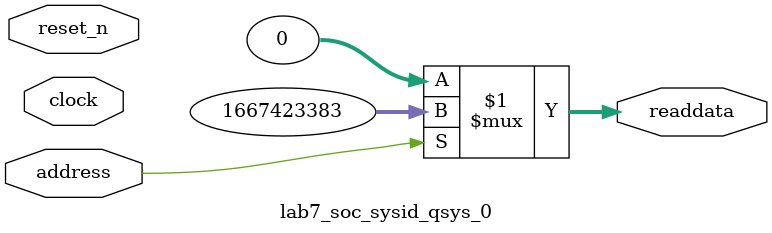
<source format=v>



// synthesis translate_off
`timescale 1ns / 1ps
// synthesis translate_on

// turn off superfluous verilog processor warnings 
// altera message_level Level1 
// altera message_off 10034 10035 10036 10037 10230 10240 10030 

module lab7_soc_sysid_qsys_0 (
               // inputs:
                address,
                clock,
                reset_n,

               // outputs:
                readdata
             )
;

  output  [ 31: 0] readdata;
  input            address;
  input            clock;
  input            reset_n;

  wire    [ 31: 0] readdata;
  //control_slave, which is an e_avalon_slave
  assign readdata = address ? 1667423383 : 0;

endmodule



</source>
